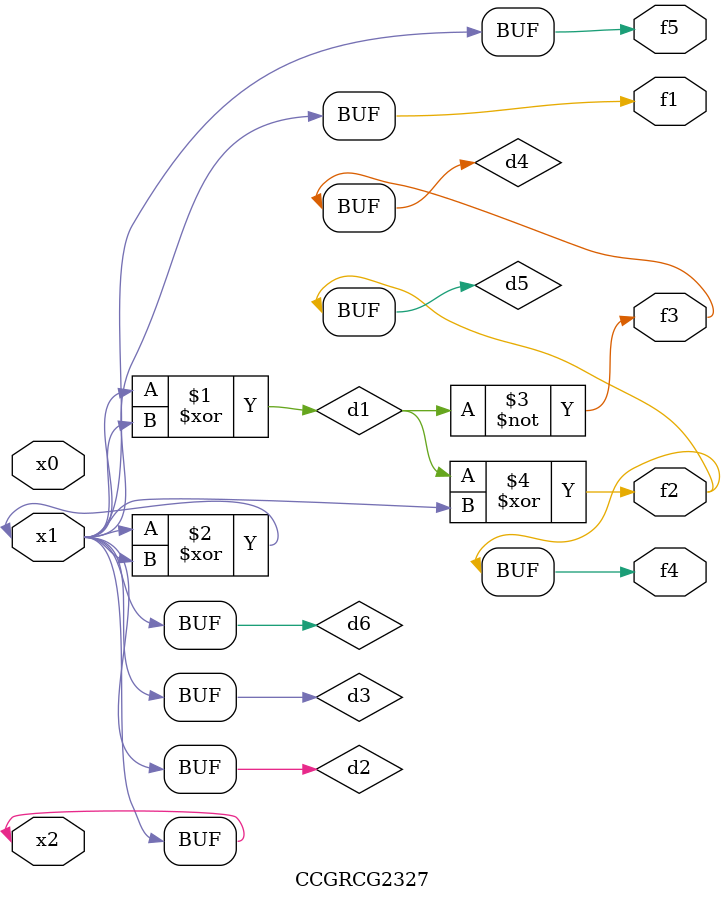
<source format=v>
module CCGRCG2327(
	input x0, x1, x2,
	output f1, f2, f3, f4, f5
);

	wire d1, d2, d3, d4, d5, d6;

	xor (d1, x1, x2);
	buf (d2, x1, x2);
	xor (d3, x1, x2);
	nor (d4, d1);
	xor (d5, d1, d2);
	buf (d6, d2, d3);
	assign f1 = d6;
	assign f2 = d5;
	assign f3 = d4;
	assign f4 = d5;
	assign f5 = d6;
endmodule

</source>
